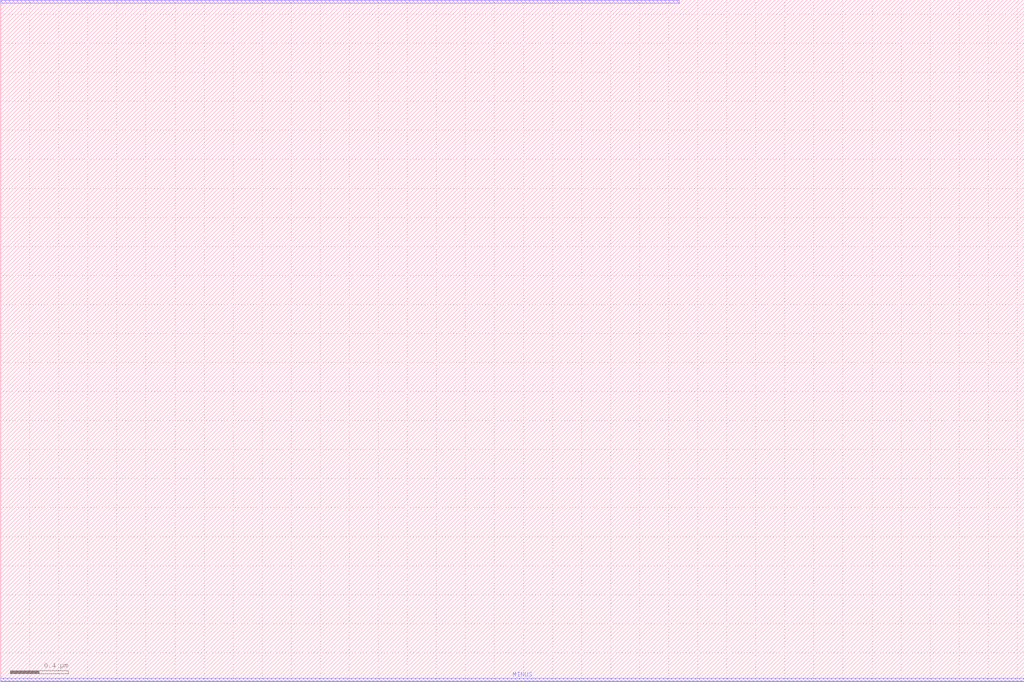
<source format=lef>
VERSION 5.7 ;
BUSBITCHARS "[]" ;
DIVIDERCHAR "/" ;

MACRO CMC_NMOS_25_1x10
  ORIGIN 0 0 ;
  FOREIGN CMC_NMOS_25_1x10 0 0 ;
  SIZE 2.16 BY 0.402 ;
  PIN S2
    DIRECTION INOUT ;
    USE SIGNAL ;
    PORT
      LAYER M2 ;
        RECT 0.256 0.32 2.012 0.338 ;
    END
  END S2
  PIN VSS
    DIRECTION INOUT ;
    USE POWER ;
    PORT
      LAYER M2 ;
        RECT 0 0 2.16 0.018 ;
    END
  END VSS
  PIN VDD
    DIRECTION INOUT ;
    USE SIGNAL ;
    PORT
      LAYER M2 ;
        RECT 0 0.384 2.16 0.402 ;
    END
  END VDD
  PIN G
    DIRECTION INOUT ;
    USE POWER ;
    PORT
      LAYER M2 ;
        RECT 0.094 0.064 2.066 0.082 ;
    END
  END G
  PIN D1
    DIRECTION INOUT ;
    USE SIGNAL ;
    PORT
      LAYER M2 ;
        RECT 0.148 0.128 1.904 0.146 ;
    END
  END D1
  PIN D2
    DIRECTION INOUT ;
    USE SIGNAL ;
    PORT
      LAYER M2 ;
        RECT 0.364 0.192 2.12 0.21 ;
    END
  END D2
  PIN S1
    DIRECTION INOUT ;
    USE SIGNAL ;
    PORT
      LAYER M2 ;
        RECT 0.04 0.256 1.796 0.274 ;
    END
  END S1
  OBS
    LAYER M1 ;
      RECT 0 0 2.16 0.402 ;
  END
END CMC_NMOS_25_1x10

MACRO CMC_PMOS_10_1x4
  ORIGIN 0 0 ;
  FOREIGN CMC_PMOS_10_1x4 0 0 ;
  SIZE 0.864 BY 0.402 ;
  PIN S
    DIRECTION INOUT ;
    USE SIGNAL ;
    PORT
      LAYER M2 ;
        RECT 0.04 0.32 0.716 0.338 ;
    END
  END S
  PIN VDD
    DIRECTION INOUT ;
    USE POWER ;
    PORT
      LAYER M2 ;
        RECT 0 0.384 0.864 0.402 ;
    END
  END VDD
  PIN VSS
    DIRECTION INOUT ;
    USE POWER ;
    PORT
      LAYER M2 ;
        RECT 0 0 0.864 0.018 ;
    END
  END VSS
  PIN G
    DIRECTION INOUT ;
    USE SIGNAL ;
    PORT
      LAYER M2 ;
        RECT 0.094 0.064 0.77 0.082 ;
    END
  END G
  PIN D1
    DIRECTION INOUT ;
    USE SIGNAL ;
    PORT
      LAYER M2 ;
        RECT 0.148 0.128 0.824 0.146 ;
    END
  END D1
  PIN D2
    DIRECTION INOUT ;
    USE SIGNAL ;
    PORT
      LAYER M2 ;
        RECT 0.364 0.192 0.608 0.21 ;
    END
  END D2
  OBS
    LAYER M1 ;
      RECT 0 0 0.864 0.402 ;
  END
END CMC_PMOS_10_1x4

MACRO CMC_PMOS_15_1x6
  ORIGIN 0 0 ;
  FOREIGN CMC_PMOS_15_1x6 0 0 ;
  SIZE 1.296 BY 0.402 ;
  PIN S2
    DIRECTION INOUT ;
    USE SIGNAL ;
    PORT
      LAYER M2 ;
        RECT 0.256 0.32 1.148 0.338 ;
    END
  END S2
  PIN VDD
    DIRECTION INOUT ;
    USE POWER ;
    PORT
      LAYER M2 ;
        RECT 0 0.384 1.296 0.402 ;
    END
  END VDD
  PIN VSS
    DIRECTION INOUT ;
    USE POWER ;
    PORT
      LAYER M2 ;
        RECT 0 0 1.296 0.018 ;
    END
  END VSS
  PIN G
    DIRECTION INOUT ;
    USE SIGNAL ;
    PORT
      LAYER M2 ;
        RECT 0.094 0.064 1.202 0.082 ;
    END
  END G
  PIN D1
    DIRECTION INOUT ;
    USE SIGNAL ;
    PORT
      LAYER M2 ;
        RECT 0.148 0.128 1.04 0.146 ;
    END
  END D1
  PIN D2
    DIRECTION INOUT ;
    USE SIGNAL ;
    PORT
      LAYER M2 ;
        RECT 0.364 0.192 1.256 0.21 ;
    END
  END D2
  PIN S1
    DIRECTION INOUT ;
    USE SIGNAL ;
    PORT
      LAYER M2 ;
        RECT 0.04 0.256 0.932 0.274 ;
    END
  END S1
  OBS
    LAYER M1 ;
      RECT 0 0 1.296 0.402 ;
  END
END CMC_PMOS_15_1x6

MACRO Cap_32f_1x1
  ORIGIN 0 0 ;
  FOREIGN Cap_32f_1x1 0 0 ;
  SIZE 4.024 BY 4.06 ;
  PIN PLUS
    DIRECTION INOUT ;
    USE SIGNAL ;
    PORT
      LAYER M2 ;
        RECT 0 4.037 4.024 4.055 ;
    END
  END PLUS
  PIN MINUS
    DIRECTION INOUT ;
    USE SIGNAL ;
    PORT
      LAYER M2 ;
        RECT 0 0.005 4.024 0.023 ;
    END
  END MINUS
END Cap_32f_1x1

MACRO Cap_50f_2x3
  ORIGIN 0 0 ;
  FOREIGN Cap_50f_2x3 0 0 ;
  SIZE 7.048 BY 4.7 ;
  PIN PLUS
    DIRECTION INOUT ;
    USE SIGNAL ;
    PORT
      LAYER M2 ;
        RECT 0 4.677 4.672 4.695 ;
    END
  END PLUS
  PIN MINUS
    DIRECTION INOUT ;
    USE SIGNAL ;
    PORT
      LAYER M2 ;
        RECT 0 0.005 7.048 0.023 ;
    END
  END MINUS
END Cap_50f_2x3

MACRO Cap_60f_2x3
  ORIGIN 0 0 ;
  FOREIGN Cap_60f_2x3 0 0 ;
  SIZE 7.048 BY 4.7 ;
  PIN PLUS
    DIRECTION INOUT ;
    USE SIGNAL ;
    PORT
      LAYER M2 ;
        RECT 0 4.677 7.048 4.695 ;
    END
  END PLUS
  PIN MINUS
    DIRECTION INOUT ;
    USE SIGNAL ;
    PORT
      LAYER M2 ;
        RECT 0 0.005 7.048 0.023 ;
    END
  END MINUS
END Cap_60f_2x3

MACRO DP_NMOS_75_3x10
  ORIGIN 0 0 ;
  FOREIGN DP_NMOS_75_3x10 0 0 ;
  SIZE 2.16 BY 1.298 ;
  PIN S
    DIRECTION INOUT ;
    USE SIGNAL ;
    PORT
      LAYER M2 ;
        RECT 0.04 1.152 2.012 1.17 ;
    END
    PORT
      LAYER M2 ;
        RECT 0.148 0.576 2.12 0.594 ;
    END
    PORT
      LAYER M2 ;
        RECT 0.04 0.256 2.012 0.274 ;
    END
  END S
  PIN VSS
    DIRECTION INOUT ;
    USE POWER ;
    PORT
      LAYER M2 ;
        RECT 0 0.896 2.16 0.914 ;
    END
    PORT
      LAYER M2 ;
        RECT 0 0.832 2.16 0.85 ;
    END
    PORT
      LAYER M2 ;
        RECT 0 0 2.16 0.018 ;
    END
  END VSS
  PIN VDD
    DIRECTION INOUT ;
    USE POWER ;
    PORT
      LAYER M2 ;
        RECT 0 1.28 2.16 1.298 ;
    END
    PORT
      LAYER M2 ;
        RECT 0 0.448 2.16 0.466 ;
    END
    PORT
      LAYER M2 ;
        RECT 0 0.384 2.16 0.402 ;
    END
  END VDD
  PIN D1
    DIRECTION INOUT ;
    USE SIGNAL ;
    PORT
      LAYER M2 ;
        RECT 0.148 1.024 1.904 1.042 ;
    END
    PORT
      LAYER M2 ;
        RECT 0.256 0.704 2.012 0.722 ;
    END
    PORT
      LAYER M2 ;
        RECT 0.148 0.128 1.904 0.146 ;
    END
  END D1
  PIN D2
    DIRECTION INOUT ;
    USE SIGNAL ;
    PORT
      LAYER M2 ;
        RECT 0.364 1.088 2.12 1.106 ;
    END
    PORT
      LAYER M2 ;
        RECT 0.04 0.64 1.796 0.658 ;
    END
    PORT
      LAYER M2 ;
        RECT 0.364 0.192 2.12 0.21 ;
    END
  END D2
  PIN G1
    DIRECTION INOUT ;
    USE SIGNAL ;
    PORT
      LAYER M2 ;
        RECT 0.094 0.96 1.85 0.978 ;
    END
    PORT
      LAYER M2 ;
        RECT 0.31 0.768 2.066 0.786 ;
    END
    PORT
      LAYER M2 ;
        RECT 0.094 0.064 1.85 0.082 ;
    END
  END G1
  PIN G2
    DIRECTION INOUT ;
    USE SIGNAL ;
    PORT
      LAYER M2 ;
        RECT 0.31 1.216 2.066 1.234 ;
    END
    PORT
      LAYER M2 ;
        RECT 0.094 0.512 1.85 0.53 ;
    END
    PORT
      LAYER M2 ;
        RECT 0.31 0.32 2.066 0.338 ;
    END
  END G2
  OBS
    LAYER M1 ;
      RECT 0 0 2.16 0.402 ;
      RECT 0 0.402 2.16 0.85 ;
      RECT 0 0.85 2.16 1.298 ;
  END
END DP_NMOS_75_3x10

MACRO DiodeConnected_NMOS_5_1x1
  ORIGIN 0 0 ;
  FOREIGN DiodeConnected_NMOS_5_1x1 0 0 ;
  SIZE 0.216 BY 0.402 ;
  PIN VSS
    DIRECTION INOUT ;
    USE POWER ;
    PORT
      LAYER M2 ;
        RECT 0 0 0.216 0.018 ;
    END
  END VSS
  PIN D
    DIRECTION INOUT ;
    USE SIGNAL ;
    PORT
      LAYER M2 ;
        RECT 0.094 0.064 0.176 0.082 ;
    END
  END D
  PIN S
    DIRECTION INOUT ;
    USE SIGNAL ;
    PORT
      LAYER M2 ;
        RECT 0 0.128 0.068 0.146 ;
    END
  END S
  PIN VDD
    DIRECTION INOUT ;
    USE POWER ;
    PORT
      LAYER M2 ;
        RECT 0 0.384 0.216 0.402 ;
    END
  END VDD
END DiodeConnected_NMOS_5_1x1

MACRO DiodeConnected_PMOS_10_1x2
  ORIGIN 0 0 ;
  FOREIGN DiodeConnected_PMOS_10_1x2 0 0 ;
  SIZE 0.432 BY 0.402 ;
  PIN VSS
    DIRECTION INOUT ;
    USE POWER ;
    PORT
      LAYER M2 ;
        RECT 0 0 0.432 0.018 ;
    END
  END VSS
  PIN D
    DIRECTION INOUT ;
    USE SIGNAL ;
    PORT
      LAYER M2 ;
        RECT 0.094 0.064 0.392 0.082 ;
    END
  END D
  PIN S
    DIRECTION INOUT ;
    USE SIGNAL ;
    PORT
      LAYER M2 ;
        RECT 0 0.128 0.284 0.146 ;
    END
  END S
  PIN VDD
    DIRECTION INOUT ;
    USE POWER ;
    PORT
      LAYER M2 ;
        RECT 0 0.384 0.432 0.402 ;
    END
  END VDD
END DiodeConnected_PMOS_10_1x2

MACRO DiodeConnected_PMOS_20_1x4
  ORIGIN 0 0 ;
  FOREIGN DiodeConnected_PMOS_20_1x4 0 0 ;
  SIZE 0.864 BY 0.402 ;
  PIN VSS
    DIRECTION INOUT ;
    USE POWER ;
    PORT
      LAYER M2 ;
        RECT 0 0 0.864 0.018 ;
    END
  END VSS
  PIN D
    DIRECTION INOUT ;
    USE SIGNAL ;
    PORT
      LAYER M2 ;
        RECT 0.094 0.064 0.824 0.082 ;
    END
  END D
  PIN S
    DIRECTION INOUT ;
    USE SIGNAL ;
    PORT
      LAYER M2 ;
        RECT 0 0.128 0.716 0.146 ;
    END
  END S
  PIN VDD
    DIRECTION INOUT ;
    USE POWER ;
    PORT
      LAYER M2 ;
        RECT 0 0.384 0.864 0.402 ;
    END
  END VDD
END DiodeConnected_PMOS_20_1x4

MACRO SCM_NMOS_50_1x12
  ORIGIN 0 0 ;
  FOREIGN SCM_NMOS_50_1x12 0 0 ;
  SIZE 2.592 BY 0.402 ;
  PIN D1
    DIRECTION INOUT ;
    USE SIGNAL ;
    PORT
      LAYER M2 ;
        RECT 1.228 0.192 1.472 0.21 ;
    END
    PORT
      LAYER M2 ;
        RECT 1.444 0.192 1.472 0.21 ;
    END
  END D1
  PIN VSS
    DIRECTION INOUT ;
    USE POWER ;
    PORT
      LAYER M2 ;
        RECT 0 0 2.592 0.018 ;
    END
  END VSS
  PIN S
    DIRECTION INOUT ;
    USE SIGNAL ;
    PORT
      LAYER M2 ;
        RECT 0.04 0.256 2.444 0.274 ;
    END
  END S
  PIN VDD
    DIRECTION INOUT ;
    USE POWER ;
    PORT
      LAYER M2 ;
        RECT 0 0.384 2.592 0.402 ;
    END
  END VDD
  PIN D2
    DIRECTION INOUT ;
    USE SIGNAL ;
    PORT
      LAYER M2 ;
        RECT 0.148 0.128 2.552 0.146 ;
    END
  END D2
  OBS
    LAYER M1 ;
      RECT 0 0 2.592 0.402 ;
  END
END SCM_NMOS_50_1x12

MACRO Switch_NMOS_10_1x1
  ORIGIN 0 0 ;
  FOREIGN Switch_NMOS_10_1x1 0 0 ;
  SIZE 0.432 BY 0.402 ;
  PIN S
    DIRECTION INOUT ;
    USE SIGNAL ;
    PORT
      LAYER M2 ;
        RECT 0.04 0.064 0.284 0.082 ;
    END
  END S
  PIN VSS
    DIRECTION INOUT ;
    USE POWER ;
    PORT
      LAYER M2 ;
        RECT 0 0 0.432 0.018 ;
    END
  END VSS
  PIN D
    DIRECTION INOUT ;
    USE SIGNAL ;
    PORT
      LAYER M2 ;
        RECT 0.148 0.192 0.392 0.21 ;
    END
  END D
  PIN G
    DIRECTION INOUT ;
    USE SIGNAL ;
    PORT
      LAYER M2 ;
        RECT 0.094 0.128 0.338 0.146 ;
    END
  END G
  PIN VDD
    DIRECTION INOUT ;
    USE POWER ;
    PORT
      LAYER M2 ;
        RECT 0 0.384 0.432 0.402 ;
    END
  END VDD
END Switch_NMOS_10_1x1

MACRO Switch_PMOS_10_1x1
  ORIGIN 0 0 ;
  FOREIGN Switch_PMOS_10_1x1 0 0 ;
  SIZE 0.432 BY 0.402 ;
  PIN S
    DIRECTION INOUT ;
    USE SIGNAL ;
    PORT
      LAYER M2 ;
        RECT 0.04 0.192 0.284 0.21 ;
    END
  END S
  PIN VSS
    DIRECTION INOUT ;
    USE POWER ;
    PORT
      LAYER M2 ;
        RECT 0 0 0.432 0.018 ;
    END
  END VSS
  PIN D
    DIRECTION INOUT ;
    USE SIGNAL ;
    PORT
      LAYER M2 ;
        RECT 0.148 0.064 0.392 0.082 ;
    END
  END D
  PIN G
    DIRECTION INOUT ;
    USE SIGNAL ;
    PORT
      LAYER M2 ;
        RECT 0.094 0.128 0.338 0.146 ;
    END
  END G
  PIN VDD
    DIRECTION INOUT ;
    USE POWER ;
    PORT
      LAYER M2 ;
        RECT 0 0.384 0.432 0.402 ;
    END
  END VDD
END Switch_PMOS_10_1x1

END LIBRARY
</source>
